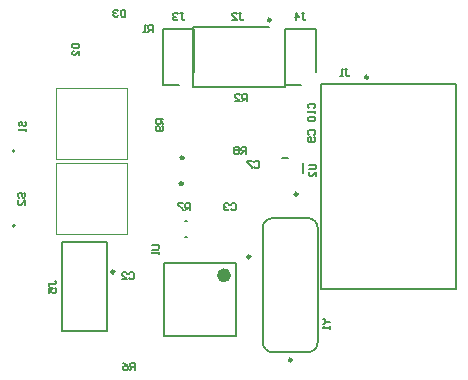
<source format=gbo>
G04*
G04 #@! TF.GenerationSoftware,Altium Limited,Altium Designer,24.2.2 (26)*
G04*
G04 Layer_Color=32896*
%FSLAX25Y25*%
%MOIN*%
G70*
G04*
G04 #@! TF.SameCoordinates,6727E026-D54A-49E6-9AE1-AA62B6963756*
G04*
G04*
G04 #@! TF.FilePolarity,Positive*
G04*
G01*
G75*
%ADD10C,0.01181*%
%ADD11C,0.00787*%
%ADD67C,0.00984*%
%ADD68C,0.02362*%
%ADD69C,0.00394*%
%ADD70C,0.00700*%
D10*
X21083Y54000D02*
G03*
X21083Y54000I-283J0D01*
G01*
X-8157Y-492D02*
G03*
X-8157Y-492I-406J0D01*
G01*
X-7957Y8071D02*
G03*
X-7957Y8071I-311J0D01*
G01*
D11*
X33661Y-56732D02*
G03*
X36909Y-53484I0J3248D01*
G01*
X18602D02*
G03*
X21850Y-56732I3248J-0D01*
G01*
X21850Y-12047D02*
G03*
X18602Y-15295I0J-3248D01*
G01*
X36909Y-15295D02*
G03*
X33661Y-12047I-3248J-0D01*
G01*
X-64468Y-14173D02*
G03*
X-64468Y-14961I0J-394D01*
G01*
D02*
G03*
X-64468Y-14173I0J394D01*
G01*
X-64469Y10728D02*
G03*
X-64469Y9941I0J-394D01*
G01*
D02*
G03*
X-64469Y10728I0J394D01*
G01*
X18603Y-53484D02*
Y-15295D01*
X36910Y-53484D02*
Y-15295D01*
X21851Y-12047D02*
X33662D01*
X21851Y-56732D02*
X33662D01*
X9583Y-51169D02*
Y-27154D01*
X-14433Y-51169D02*
Y-27154D01*
X9583D01*
X-14433Y-51169D02*
X9583D01*
X31906Y2968D02*
Y6432D01*
X25035Y8046D02*
X26965D01*
X-48228Y-20079D02*
X-33268D01*
Y-49606D02*
Y-20079D01*
X-48228Y-49606D02*
X-33268D01*
X-48228D02*
Y-20079D01*
X-4665Y51654D02*
X20728D01*
X-4665Y31654D02*
Y51654D01*
Y31654D02*
X26122D01*
Y36654D01*
X37862Y-35752D02*
X83138D01*
X37862D02*
Y32752D01*
X83138D01*
Y-35752D02*
Y32752D01*
X-7382Y-18307D02*
X-6595D01*
X-7382Y-12992D02*
X-6595D01*
X-4402Y36651D02*
Y51104D01*
X-14500D02*
X-4402D01*
X-14500Y32203D02*
Y51104D01*
Y32203D02*
X-9449D01*
X36248Y36652D02*
Y51104D01*
X26150D02*
X36248D01*
X26150Y32203D02*
Y51104D01*
Y32203D02*
X31201D01*
X38583Y-45760D02*
X38977D01*
X39764Y-46547D01*
X38977Y-47335D01*
X38583D01*
X39764Y-46547D02*
X40944D01*
Y-48122D02*
Y-48909D01*
Y-48515D01*
X38583D01*
X38977Y-48122D01*
X-18381Y-20926D02*
X-16413D01*
X-16019Y-21319D01*
Y-22106D01*
X-16413Y-22500D01*
X-18381D01*
X-16019Y-23287D02*
Y-24074D01*
Y-23681D01*
X-18381D01*
X-17987Y-23287D01*
X-18026Y50019D02*
Y52381D01*
X-19206D01*
X-19600Y51987D01*
Y51200D01*
X-19206Y50806D01*
X-18026D01*
X-18813D02*
X-19600Y50019D01*
X-20387D02*
X-21174D01*
X-20781D01*
Y52381D01*
X-20387Y51987D01*
X-27232Y57481D02*
Y55119D01*
X-28413D01*
X-28806Y55513D01*
Y57087D01*
X-28413Y57481D01*
X-27232D01*
X-29594Y57087D02*
X-29987Y57481D01*
X-30774D01*
X-31168Y57087D01*
Y56694D01*
X-30774Y56300D01*
X-30381D01*
X-30774D01*
X-31168Y55906D01*
Y55513D01*
X-30774Y55119D01*
X-29987D01*
X-29594Y55513D01*
X13345Y26870D02*
Y29231D01*
X12164D01*
X11771Y28838D01*
Y28051D01*
X12164Y27657D01*
X13345D01*
X12558D02*
X11771Y26870D01*
X9409D02*
X10983D01*
X9409Y28444D01*
Y28838D01*
X9803Y29231D01*
X10590D01*
X10983Y28838D01*
X-62500Y-5217D02*
X-62893Y-4823D01*
Y-4036D01*
X-62500Y-3642D01*
X-62106D01*
X-61713Y-4036D01*
Y-4823D01*
X-61319Y-5217D01*
X-60926D01*
X-60532Y-4823D01*
Y-4036D01*
X-60926Y-3642D01*
X-60532Y-7578D02*
Y-6004D01*
X-62106Y-7578D01*
X-62500D01*
X-62893Y-7185D01*
Y-6397D01*
X-62500Y-6004D01*
X-62303Y18504D02*
X-62696Y18898D01*
Y19685D01*
X-62303Y20078D01*
X-61909D01*
X-61516Y19685D01*
Y18898D01*
X-61122Y18504D01*
X-60729D01*
X-60335Y18898D01*
Y19685D01*
X-60729Y20078D01*
X-60335Y17717D02*
Y16930D01*
Y17323D01*
X-62696D01*
X-62303Y17717D01*
X34071Y5782D02*
X36039D01*
X36433Y5389D01*
Y4601D01*
X36039Y4208D01*
X34071D01*
X36433Y1846D02*
Y3421D01*
X34858Y1846D01*
X34465D01*
X34071Y2240D01*
Y3027D01*
X34465Y3421D01*
X-14619Y20968D02*
X-16981D01*
Y19787D01*
X-16587Y19394D01*
X-15800D01*
X-15406Y19787D01*
Y20968D01*
Y20181D02*
X-14619Y19394D01*
X-15013Y18606D02*
X-14619Y18213D01*
Y17426D01*
X-15013Y17032D01*
X-16587D01*
X-16981Y17426D01*
Y18213D01*
X-16587Y18606D01*
X-16194D01*
X-15800Y18213D01*
Y17032D01*
X13037Y9399D02*
Y11761D01*
X11856D01*
X11462Y11367D01*
Y10580D01*
X11856Y10186D01*
X13037D01*
X12250D02*
X11462Y9399D01*
X10675Y11367D02*
X10282Y11761D01*
X9494D01*
X9101Y11367D01*
Y10973D01*
X9494Y10580D01*
X9101Y10186D01*
Y9793D01*
X9494Y9399D01*
X10282D01*
X10675Y9793D01*
Y10186D01*
X10282Y10580D01*
X10675Y10973D01*
Y11367D01*
X10282Y10580D02*
X9494D01*
X-5632Y-9481D02*
Y-7119D01*
X-6813D01*
X-7206Y-7513D01*
Y-8300D01*
X-6813Y-8694D01*
X-5632D01*
X-6419D02*
X-7206Y-9481D01*
X-7994Y-7119D02*
X-9568D01*
Y-7513D01*
X-7994Y-9087D01*
Y-9481D01*
X-24032Y-62581D02*
Y-60219D01*
X-25213D01*
X-25606Y-60613D01*
Y-61400D01*
X-25213Y-61794D01*
X-24032D01*
X-24819D02*
X-25606Y-62581D01*
X-27968Y-60219D02*
X-27181Y-60613D01*
X-26394Y-61400D01*
Y-62187D01*
X-26787Y-62581D01*
X-27574D01*
X-27968Y-62187D01*
Y-61794D01*
X-27574Y-61400D01*
X-26394D01*
X-52657Y-34547D02*
Y-33760D01*
Y-34154D01*
X-50689D01*
X-50296Y-33760D01*
Y-33367D01*
X-50689Y-32973D01*
X-52657Y-36909D02*
Y-35334D01*
X-51476D01*
X-51870Y-36122D01*
Y-36515D01*
X-51476Y-36909D01*
X-50689D01*
X-50296Y-36515D01*
Y-35728D01*
X-50689Y-35334D01*
X31594Y56299D02*
X32381D01*
X31988D01*
Y54331D01*
X32381Y53937D01*
X32775D01*
X33169Y54331D01*
X29627Y53937D02*
Y56299D01*
X30807Y55118D01*
X29233D01*
X-8858Y56299D02*
X-8071D01*
X-8465D01*
Y54331D01*
X-8071Y53937D01*
X-7678D01*
X-7284Y54331D01*
X-9646Y55905D02*
X-10039Y56299D01*
X-10826D01*
X-11220Y55905D01*
Y55512D01*
X-10826Y55118D01*
X-10433D01*
X-10826D01*
X-11220Y54725D01*
Y54331D01*
X-10826Y53937D01*
X-10039D01*
X-9646Y54331D01*
X10728Y56299D02*
X11515D01*
X11122D01*
Y54331D01*
X11515Y53937D01*
X11909D01*
X12303Y54331D01*
X8367Y53937D02*
X9941D01*
X8367Y55512D01*
Y55905D01*
X8760Y56299D01*
X9548D01*
X9941Y55905D01*
X46063Y37696D02*
X46850D01*
X46457D01*
Y35729D01*
X46850Y35335D01*
X47244D01*
X47637Y35729D01*
X45276Y35335D02*
X44489D01*
X44882D01*
Y37696D01*
X45276Y37303D01*
X34154Y24507D02*
X33760Y24901D01*
Y25688D01*
X34154Y26082D01*
X35728D01*
X36122Y25688D01*
Y24901D01*
X35728Y24507D01*
X36122Y23720D02*
Y22933D01*
Y23327D01*
X33760D01*
X34154Y23720D01*
Y21752D02*
X33760Y21359D01*
Y20572D01*
X34154Y20178D01*
X35728D01*
X36122Y20572D01*
Y21359D01*
X35728Y21752D01*
X34154D01*
X34055Y15748D02*
X33662Y16141D01*
Y16929D01*
X34055Y17322D01*
X35630D01*
X36023Y16929D01*
Y16141D01*
X35630Y15748D01*
Y14961D02*
X36023Y14567D01*
Y13780D01*
X35630Y13386D01*
X34055D01*
X33662Y13780D01*
Y14567D01*
X34055Y14961D01*
X34449D01*
X34843Y14567D01*
Y13386D01*
X15748Y6693D02*
X16141Y7086D01*
X16929D01*
X17322Y6693D01*
Y5118D01*
X16929Y4725D01*
X16141D01*
X15748Y5118D01*
X14961Y7086D02*
X13386D01*
Y6693D01*
X14961Y5118D01*
Y4725D01*
X8071Y-7513D02*
X8464Y-7119D01*
X9251D01*
X9645Y-7513D01*
Y-9087D01*
X9251Y-9481D01*
X8464D01*
X8071Y-9087D01*
X7284Y-7513D02*
X6890Y-7119D01*
X6103D01*
X5709Y-7513D01*
Y-7906D01*
X6103Y-8300D01*
X6497D01*
X6103D01*
X5709Y-8694D01*
Y-9087D01*
X6103Y-9481D01*
X6890D01*
X7284Y-9087D01*
X-25886Y-30512D02*
X-25492Y-30119D01*
X-24705D01*
X-24312Y-30512D01*
Y-32086D01*
X-24705Y-32480D01*
X-25492D01*
X-25886Y-32086D01*
X-28247Y-32480D02*
X-26673D01*
X-28247Y-30906D01*
Y-30512D01*
X-27854Y-30119D01*
X-27067D01*
X-26673Y-30512D01*
D67*
X28248Y-59291D02*
G03*
X28248Y-59291I-492J0D01*
G01*
X14405Y-24890D02*
G03*
X14405Y-24890I-492J0D01*
G01*
X30232Y-4060D02*
G03*
X30232Y-4060I-492J0D01*
G01*
X-30905Y-29921D02*
G03*
X-30905Y-29921I-492J0D01*
G01*
X53709Y34917D02*
G03*
X53709Y34917I-492J0D01*
G01*
D68*
X6827Y-31091D02*
G03*
X6827Y-31091I-1181J0D01*
G01*
D69*
X-50295Y-17323D02*
X-26673D01*
Y6299D01*
X-50295D02*
X-26673D01*
X-50295Y-17323D02*
Y6299D01*
Y7579D02*
X-26673D01*
Y31201D01*
X-50295D02*
X-26673D01*
X-50295Y7579D02*
Y31201D01*
D70*
X-44850Y46116D02*
X-42550D01*
Y44966D01*
X-42934Y44583D01*
X-44466D01*
X-44850Y44966D01*
Y46116D01*
X-42550Y42284D02*
Y43817D01*
X-44083Y42284D01*
X-44466D01*
X-44850Y42667D01*
Y43434D01*
X-44466Y43817D01*
M02*

</source>
